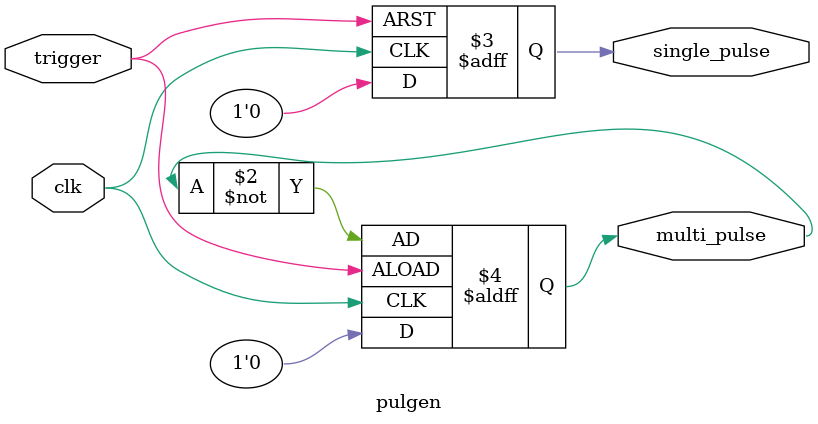
<source format=v>
`timescale 1ns / 1ps

module pulgen(
    input clk,
    input trigger,
    output reg single_pulse,
    output reg  multi_pulse
    );
    
    always @(posedge clk or posedge trigger) begin
        
        if(trigger) begin
            single_pulse <= 1;
            multi_pulse <= ~multi_pulse;
        end
        else begin
            single_pulse <=0;
            multi_pulse  <=0;
        end
            
    end
    
endmodule

</source>
